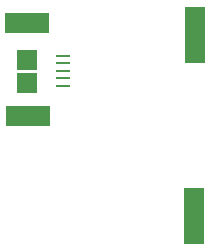
<source format=gbr>
G04 DipTrace 3.3.1.3*
G04 BottomPaste.gbr*
%MOIN*%
G04 #@! TF.FileFunction,Paste,Bot*
G04 #@! TF.Part,Single*
%ADD44R,0.066929X0.066929*%
%ADD68R,0.045276X0.007874*%
%ADD74R,0.070866X0.188976*%
%ADD100R,0.149606X0.070866*%
%FSLAX26Y26*%
G04*
G70*
G90*
G75*
G01*
G04 BotPaste*
%LPD*%
D100*
X504681Y1393635D3*
D74*
X1060121Y749945D3*
X1064626Y1353871D3*
D44*
X504681Y1267812D3*
D68*
X622224Y1182091D3*
Y1207681D3*
X624450Y1281808D3*
X622224Y1258862D3*
X622310Y1232786D3*
D100*
X505308Y1081895D3*
D44*
X504681Y1193320D3*
M02*

</source>
